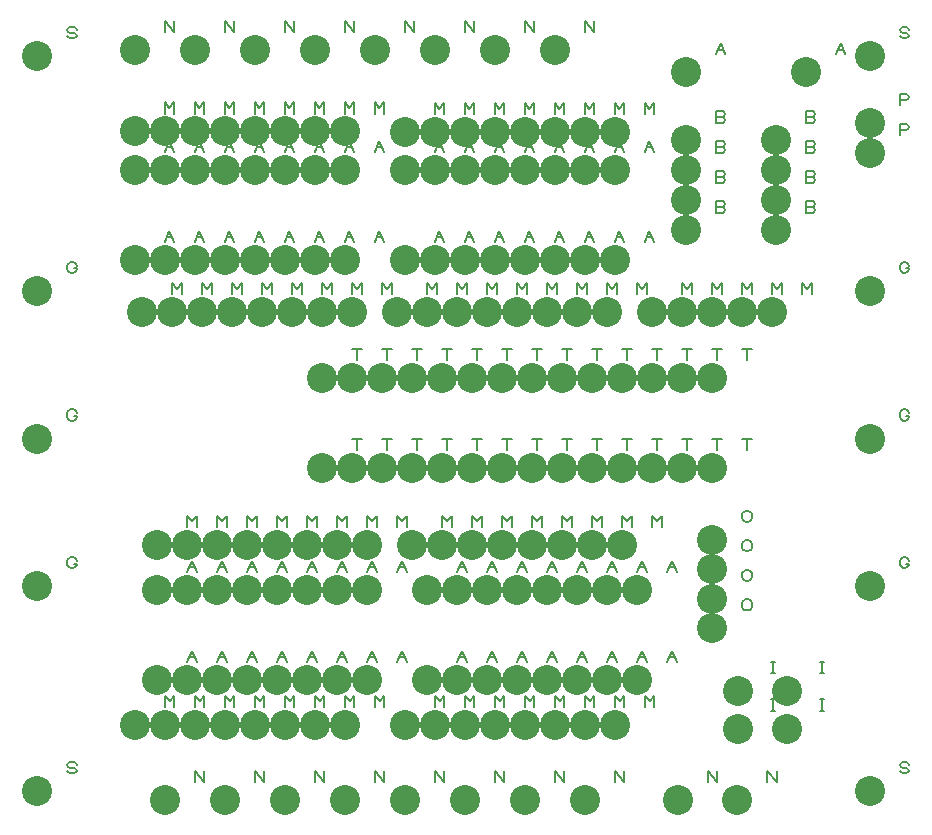
<source format=gbr>
G04 EasyPC Gerber Version 20.0.2 Build 4112 *
G04 #@! TF.Part,Single*
%FSLAX35Y35*%
%MOIN*%
%ADD11C,0.00500*%
%ADD10C,0.10000*%
X0Y0D02*
D02*
D10*
X20250Y18236D03*
Y86569D03*
Y135781D03*
Y184994D03*
Y263236D03*
X52750Y195368D03*
Y225368D03*
Y238124D03*
Y265407D03*
X52809Y40368D03*
X55250Y177868D03*
X60250Y55368D03*
Y85368D03*
Y100368D03*
X62750Y195368D03*
Y225368D03*
Y238124D03*
X62809Y15368D03*
Y40368D03*
X65250Y177868D03*
X70250Y55368D03*
Y85368D03*
Y100368D03*
X72750Y195368D03*
Y225368D03*
Y238124D03*
Y265407D03*
X72809Y40368D03*
X75250Y177868D03*
X80250Y55368D03*
Y85368D03*
Y100368D03*
X82750Y195368D03*
Y225368D03*
Y238124D03*
X82809Y15368D03*
Y40368D03*
X85250Y177868D03*
X90250Y55368D03*
Y85368D03*
Y100368D03*
X92750Y195368D03*
Y225368D03*
Y238124D03*
Y265407D03*
X92809Y40368D03*
X95250Y177868D03*
X100250Y55368D03*
Y85368D03*
Y100368D03*
X102750Y195368D03*
Y225368D03*
Y238124D03*
X102809Y15368D03*
Y40368D03*
X105250Y177868D03*
X110250Y55368D03*
Y85368D03*
Y100368D03*
X112750Y195368D03*
Y225368D03*
Y238124D03*
Y265407D03*
X112809Y40368D03*
X115250Y126068D03*
Y156068D03*
Y177868D03*
X120250Y55368D03*
Y85368D03*
Y100368D03*
X122750Y195368D03*
Y225368D03*
Y238124D03*
X122809Y15368D03*
Y40368D03*
X125250Y126068D03*
Y156068D03*
Y177868D03*
X130250Y55368D03*
Y85368D03*
Y100368D03*
X132750Y265407D03*
X135250Y126068D03*
Y156068D03*
X140250Y177868D03*
X142750Y195368D03*
Y225368D03*
Y237888D03*
X142809Y15368D03*
Y40368D03*
X145250Y100368D03*
Y126068D03*
Y156068D03*
X150250Y55368D03*
Y85368D03*
Y177868D03*
X152750Y195368D03*
Y225368D03*
Y237888D03*
Y265407D03*
X152809Y40368D03*
X155250Y100368D03*
Y126068D03*
Y156068D03*
X160250Y55368D03*
Y85368D03*
Y177868D03*
X162750Y195368D03*
Y225368D03*
Y237888D03*
X162809Y15368D03*
Y40368D03*
X165250Y100368D03*
Y126068D03*
Y156068D03*
X170250Y55368D03*
Y85368D03*
Y177868D03*
X172750Y195368D03*
Y225368D03*
Y237888D03*
Y265407D03*
X172809Y40368D03*
X175250Y100368D03*
Y126068D03*
Y156068D03*
X180250Y55368D03*
Y85368D03*
Y177868D03*
X182750Y195368D03*
Y225368D03*
Y237888D03*
X182809Y15368D03*
Y40368D03*
X185250Y100368D03*
Y126068D03*
Y156068D03*
X190250Y55368D03*
Y85368D03*
Y177868D03*
X192750Y195368D03*
Y225368D03*
Y237888D03*
Y265407D03*
X192809Y40368D03*
X195250Y100368D03*
Y126068D03*
Y156068D03*
X200250Y55368D03*
Y85368D03*
Y177868D03*
X202750Y195368D03*
Y225368D03*
Y237888D03*
X202809Y15368D03*
Y40368D03*
X205250Y100368D03*
Y126068D03*
Y156068D03*
X210250Y55368D03*
Y85368D03*
Y177868D03*
X212750Y195368D03*
Y225368D03*
Y237888D03*
X212809Y40368D03*
X215250Y100368D03*
Y126068D03*
Y156068D03*
X220250Y55368D03*
Y85368D03*
X225250Y126068D03*
Y156068D03*
Y177868D03*
X233754Y15250D03*
X235250Y126068D03*
Y156068D03*
Y177868D03*
X236500Y205152D03*
Y215152D03*
Y225152D03*
Y235152D03*
Y257868D03*
X245250Y72533D03*
Y82376D03*
Y92219D03*
Y102061D03*
Y126068D03*
Y156068D03*
Y177868D03*
X253596Y15250D03*
X254000Y39118D03*
Y51618D03*
X255250Y177868D03*
X265250D03*
X266500Y205152D03*
Y215152D03*
Y225152D03*
Y235152D03*
X270250Y39118D03*
Y51618D03*
X276500Y257868D03*
X297700Y230947D03*
Y240947D03*
X297750Y18236D03*
Y86569D03*
Y135781D03*
Y184994D03*
Y263236D03*
D02*
D11*
X30250Y25111D02*
X30563Y24486D01*
X31187Y24173*
X32437*
X33063Y24486*
X33375Y25111*
X33063Y25736*
X32437Y26048*
X31187*
X30563Y26361*
X30250Y26986*
X30563Y27611*
X31187Y27923*
X32437*
X33063Y27611*
X33375Y26986*
X32437Y94069D02*
X33375D01*
Y93756*
X33063Y93131*
X32750Y92819*
X32125Y92506*
X31500*
X30875Y92819*
X30563Y93131*
X30250Y93756*
Y95006*
X30563Y95631*
X30875Y95944*
X31500Y96256*
X32125*
X32750Y95944*
X33063Y95631*
X33375Y95006*
X32437Y143281D02*
X33375D01*
Y142969*
X33063Y142344*
X32750Y142031*
X32125Y141719*
X31500*
X30875Y142031*
X30563Y142344*
X30250Y142969*
Y144219*
X30563Y144844*
X30875Y145157*
X31500Y145469*
X32125*
X32750Y145157*
X33063Y144844*
X33375Y144219*
X32437Y192494D02*
X33375D01*
Y192181*
X33063Y191557*
X32750Y191244*
X32125Y190931*
X31500*
X30875Y191244*
X30563Y191557*
X30250Y192181*
Y193431*
X30563Y194057*
X30875Y194369*
X31500Y194681*
X32125*
X32750Y194369*
X33063Y194057*
X33375Y193431*
X30250Y270111D02*
X30563Y269486D01*
X31187Y269173*
X32437*
X33063Y269486*
X33375Y270111*
X33063Y270736*
X32437Y271048*
X31187*
X30563Y271361*
X30250Y271986*
X30563Y272611*
X31187Y272923*
X32437*
X33063Y272611*
X33375Y271986*
X62750Y201306D02*
X64313Y205056D01*
X65875Y201306*
X63375Y202868D02*
X65250D01*
X62750Y231306D02*
X64313Y235056D01*
X65875Y231306*
X63375Y232868D02*
X65250D01*
X62750Y244061D02*
Y247811D01*
X64313Y245937*
X65875Y247811*
Y244061*
X62750Y271345D02*
Y275095D01*
X65875Y271345*
Y275095*
X62809Y46306D02*
Y50056D01*
X64372Y48181*
X65934Y50056*
Y46306*
X65250Y183806D02*
Y187556D01*
X66813Y185681*
X68375Y187556*
Y183806*
X70250Y61306D02*
X71813Y65056D01*
X73375Y61306*
X70875Y62868D02*
X72750D01*
X70250Y91306D02*
X71813Y95056D01*
X73375Y91306*
X70875Y92868D02*
X72750D01*
X70250Y106306D02*
Y110056D01*
X71813Y108181*
X73375Y110056*
Y106306*
X72750Y201306D02*
X74313Y205056D01*
X75875Y201306*
X73375Y202868D02*
X75250D01*
X72750Y231306D02*
X74313Y235056D01*
X75875Y231306*
X73375Y232868D02*
X75250D01*
X72750Y244061D02*
Y247811D01*
X74313Y245937*
X75875Y247811*
Y244061*
X72809Y21306D02*
Y25056D01*
X75934Y21306*
Y25056*
X72809Y46306D02*
Y50056D01*
X74372Y48181*
X75934Y50056*
Y46306*
X75250Y183806D02*
Y187556D01*
X76813Y185681*
X78375Y187556*
Y183806*
X80250Y61306D02*
X81813Y65056D01*
X83375Y61306*
X80875Y62868D02*
X82750D01*
X80250Y91306D02*
X81813Y95056D01*
X83375Y91306*
X80875Y92868D02*
X82750D01*
X80250Y106306D02*
Y110056D01*
X81813Y108181*
X83375Y110056*
Y106306*
X82750Y201306D02*
X84313Y205056D01*
X85875Y201306*
X83375Y202868D02*
X85250D01*
X82750Y231306D02*
X84313Y235056D01*
X85875Y231306*
X83375Y232868D02*
X85250D01*
X82750Y244061D02*
Y247811D01*
X84313Y245937*
X85875Y247811*
Y244061*
X82750Y271345D02*
Y275095D01*
X85875Y271345*
Y275095*
X82809Y46306D02*
Y50056D01*
X84372Y48181*
X85934Y50056*
Y46306*
X85250Y183806D02*
Y187556D01*
X86813Y185681*
X88375Y187556*
Y183806*
X90250Y61306D02*
X91813Y65056D01*
X93375Y61306*
X90875Y62868D02*
X92750D01*
X90250Y91306D02*
X91813Y95056D01*
X93375Y91306*
X90875Y92868D02*
X92750D01*
X90250Y106306D02*
Y110056D01*
X91813Y108181*
X93375Y110056*
Y106306*
X92750Y201306D02*
X94313Y205056D01*
X95875Y201306*
X93375Y202868D02*
X95250D01*
X92750Y231306D02*
X94313Y235056D01*
X95875Y231306*
X93375Y232868D02*
X95250D01*
X92750Y244061D02*
Y247811D01*
X94313Y245937*
X95875Y247811*
Y244061*
X92809Y21306D02*
Y25056D01*
X95934Y21306*
Y25056*
X92809Y46306D02*
Y50056D01*
X94372Y48181*
X95934Y50056*
Y46306*
X95250Y183806D02*
Y187556D01*
X96813Y185681*
X98375Y187556*
Y183806*
X100250Y61306D02*
X101813Y65056D01*
X103375Y61306*
X100875Y62868D02*
X102750D01*
X100250Y91306D02*
X101813Y95056D01*
X103375Y91306*
X100875Y92868D02*
X102750D01*
X100250Y106306D02*
Y110056D01*
X101813Y108181*
X103375Y110056*
Y106306*
X102750Y201306D02*
X104313Y205056D01*
X105875Y201306*
X103375Y202868D02*
X105250D01*
X102750Y231306D02*
X104313Y235056D01*
X105875Y231306*
X103375Y232868D02*
X105250D01*
X102750Y244061D02*
Y247811D01*
X104313Y245937*
X105875Y247811*
Y244061*
X102750Y271345D02*
Y275095D01*
X105875Y271345*
Y275095*
X102809Y46306D02*
Y50056D01*
X104372Y48181*
X105934Y50056*
Y46306*
X105250Y183806D02*
Y187556D01*
X106813Y185681*
X108375Y187556*
Y183806*
X110250Y61306D02*
X111813Y65056D01*
X113375Y61306*
X110875Y62868D02*
X112750D01*
X110250Y91306D02*
X111813Y95056D01*
X113375Y91306*
X110875Y92868D02*
X112750D01*
X110250Y106306D02*
Y110056D01*
X111813Y108181*
X113375Y110056*
Y106306*
X112750Y201306D02*
X114313Y205056D01*
X115875Y201306*
X113375Y202868D02*
X115250D01*
X112750Y231306D02*
X114313Y235056D01*
X115875Y231306*
X113375Y232868D02*
X115250D01*
X112750Y244061D02*
Y247811D01*
X114313Y245937*
X115875Y247811*
Y244061*
X112809Y21306D02*
Y25056D01*
X115934Y21306*
Y25056*
X112809Y46306D02*
Y50056D01*
X114372Y48181*
X115934Y50056*
Y46306*
X115250Y183806D02*
Y187556D01*
X116813Y185681*
X118375Y187556*
Y183806*
X120250Y61306D02*
X121813Y65056D01*
X123375Y61306*
X120875Y62868D02*
X122750D01*
X120250Y91306D02*
X121813Y95056D01*
X123375Y91306*
X120875Y92868D02*
X122750D01*
X120250Y106306D02*
Y110056D01*
X121813Y108181*
X123375Y110056*
Y106306*
X122750Y201306D02*
X124313Y205056D01*
X125875Y201306*
X123375Y202868D02*
X125250D01*
X122750Y231306D02*
X124313Y235056D01*
X125875Y231306*
X123375Y232868D02*
X125250D01*
X122750Y244061D02*
Y247811D01*
X124313Y245937*
X125875Y247811*
Y244061*
X122750Y271345D02*
Y275095D01*
X125875Y271345*
Y275095*
X122809Y46306D02*
Y50056D01*
X124372Y48181*
X125934Y50056*
Y46306*
X126813Y132005D02*
Y135755D01*
X125250D02*
X128375D01*
X126813Y162005D02*
Y165755D01*
X125250D02*
X128375D01*
X125250Y183806D02*
Y187556D01*
X126813Y185681*
X128375Y187556*
Y183806*
X130250Y61306D02*
X131813Y65056D01*
X133375Y61306*
X130875Y62868D02*
X132750D01*
X130250Y91306D02*
X131813Y95056D01*
X133375Y91306*
X130875Y92868D02*
X132750D01*
X130250Y106306D02*
Y110056D01*
X131813Y108181*
X133375Y110056*
Y106306*
X132750Y201306D02*
X134313Y205056D01*
X135875Y201306*
X133375Y202868D02*
X135250D01*
X132750Y231306D02*
X134313Y235056D01*
X135875Y231306*
X133375Y232868D02*
X135250D01*
X132750Y244061D02*
Y247811D01*
X134313Y245937*
X135875Y247811*
Y244061*
X132809Y21306D02*
Y25056D01*
X135934Y21306*
Y25056*
X132809Y46306D02*
Y50056D01*
X134372Y48181*
X135934Y50056*
Y46306*
X136813Y132005D02*
Y135755D01*
X135250D02*
X138375D01*
X136813Y162005D02*
Y165755D01*
X135250D02*
X138375D01*
X135250Y183806D02*
Y187556D01*
X136813Y185681*
X138375Y187556*
Y183806*
X140250Y61306D02*
X141813Y65056D01*
X143375Y61306*
X140875Y62868D02*
X142750D01*
X140250Y91306D02*
X141813Y95056D01*
X143375Y91306*
X140875Y92868D02*
X142750D01*
X140250Y106306D02*
Y110056D01*
X141813Y108181*
X143375Y110056*
Y106306*
X142750Y271345D02*
Y275095D01*
X145875Y271345*
Y275095*
X146813Y132005D02*
Y135755D01*
X145250D02*
X148375D01*
X146813Y162005D02*
Y165755D01*
X145250D02*
X148375D01*
X150250Y183806D02*
Y187556D01*
X151813Y185681*
X153375Y187556*
Y183806*
X152750Y201306D02*
X154313Y205056D01*
X155875Y201306*
X153375Y202868D02*
X155250D01*
X152750Y231306D02*
X154313Y235056D01*
X155875Y231306*
X153375Y232868D02*
X155250D01*
X152750Y243825D02*
Y247575D01*
X154313Y245700*
X155875Y247575*
Y243825*
X152809Y21306D02*
Y25056D01*
X155934Y21306*
Y25056*
X152809Y46306D02*
Y50056D01*
X154372Y48181*
X155934Y50056*
Y46306*
X155250Y106306D02*
Y110056D01*
X156813Y108181*
X158375Y110056*
Y106306*
X156813Y132005D02*
Y135755D01*
X155250D02*
X158375D01*
X156813Y162005D02*
Y165755D01*
X155250D02*
X158375D01*
X160250Y61306D02*
X161813Y65056D01*
X163375Y61306*
X160875Y62868D02*
X162750D01*
X160250Y91306D02*
X161813Y95056D01*
X163375Y91306*
X160875Y92868D02*
X162750D01*
X160250Y183806D02*
Y187556D01*
X161813Y185681*
X163375Y187556*
Y183806*
X162750Y201306D02*
X164313Y205056D01*
X165875Y201306*
X163375Y202868D02*
X165250D01*
X162750Y231306D02*
X164313Y235056D01*
X165875Y231306*
X163375Y232868D02*
X165250D01*
X162750Y243825D02*
Y247575D01*
X164313Y245700*
X165875Y247575*
Y243825*
X162750Y271345D02*
Y275095D01*
X165875Y271345*
Y275095*
X162809Y46306D02*
Y50056D01*
X164372Y48181*
X165934Y50056*
Y46306*
X165250Y106306D02*
Y110056D01*
X166813Y108181*
X168375Y110056*
Y106306*
X166813Y132005D02*
Y135755D01*
X165250D02*
X168375D01*
X166813Y162005D02*
Y165755D01*
X165250D02*
X168375D01*
X170250Y61306D02*
X171813Y65056D01*
X173375Y61306*
X170875Y62868D02*
X172750D01*
X170250Y91306D02*
X171813Y95056D01*
X173375Y91306*
X170875Y92868D02*
X172750D01*
X170250Y183806D02*
Y187556D01*
X171813Y185681*
X173375Y187556*
Y183806*
X172750Y201306D02*
X174313Y205056D01*
X175875Y201306*
X173375Y202868D02*
X175250D01*
X172750Y231306D02*
X174313Y235056D01*
X175875Y231306*
X173375Y232868D02*
X175250D01*
X172750Y243825D02*
Y247575D01*
X174313Y245700*
X175875Y247575*
Y243825*
X172809Y21306D02*
Y25056D01*
X175934Y21306*
Y25056*
X172809Y46306D02*
Y50056D01*
X174372Y48181*
X175934Y50056*
Y46306*
X175250Y106306D02*
Y110056D01*
X176813Y108181*
X178375Y110056*
Y106306*
X176813Y132005D02*
Y135755D01*
X175250D02*
X178375D01*
X176813Y162005D02*
Y165755D01*
X175250D02*
X178375D01*
X180250Y61306D02*
X181813Y65056D01*
X183375Y61306*
X180875Y62868D02*
X182750D01*
X180250Y91306D02*
X181813Y95056D01*
X183375Y91306*
X180875Y92868D02*
X182750D01*
X180250Y183806D02*
Y187556D01*
X181813Y185681*
X183375Y187556*
Y183806*
X182750Y201306D02*
X184313Y205056D01*
X185875Y201306*
X183375Y202868D02*
X185250D01*
X182750Y231306D02*
X184313Y235056D01*
X185875Y231306*
X183375Y232868D02*
X185250D01*
X182750Y243825D02*
Y247575D01*
X184313Y245700*
X185875Y247575*
Y243825*
X182750Y271345D02*
Y275095D01*
X185875Y271345*
Y275095*
X182809Y46306D02*
Y50056D01*
X184372Y48181*
X185934Y50056*
Y46306*
X185250Y106306D02*
Y110056D01*
X186813Y108181*
X188375Y110056*
Y106306*
X186813Y132005D02*
Y135755D01*
X185250D02*
X188375D01*
X186813Y162005D02*
Y165755D01*
X185250D02*
X188375D01*
X190250Y61306D02*
X191813Y65056D01*
X193375Y61306*
X190875Y62868D02*
X192750D01*
X190250Y91306D02*
X191813Y95056D01*
X193375Y91306*
X190875Y92868D02*
X192750D01*
X190250Y183806D02*
Y187556D01*
X191813Y185681*
X193375Y187556*
Y183806*
X192750Y201306D02*
X194313Y205056D01*
X195875Y201306*
X193375Y202868D02*
X195250D01*
X192750Y231306D02*
X194313Y235056D01*
X195875Y231306*
X193375Y232868D02*
X195250D01*
X192750Y243825D02*
Y247575D01*
X194313Y245700*
X195875Y247575*
Y243825*
X192809Y21306D02*
Y25056D01*
X195934Y21306*
Y25056*
X192809Y46306D02*
Y50056D01*
X194372Y48181*
X195934Y50056*
Y46306*
X195250Y106306D02*
Y110056D01*
X196813Y108181*
X198375Y110056*
Y106306*
X196813Y132005D02*
Y135755D01*
X195250D02*
X198375D01*
X196813Y162005D02*
Y165755D01*
X195250D02*
X198375D01*
X200250Y61306D02*
X201813Y65056D01*
X203375Y61306*
X200875Y62868D02*
X202750D01*
X200250Y91306D02*
X201813Y95056D01*
X203375Y91306*
X200875Y92868D02*
X202750D01*
X200250Y183806D02*
Y187556D01*
X201813Y185681*
X203375Y187556*
Y183806*
X202750Y201306D02*
X204313Y205056D01*
X205875Y201306*
X203375Y202868D02*
X205250D01*
X202750Y231306D02*
X204313Y235056D01*
X205875Y231306*
X203375Y232868D02*
X205250D01*
X202750Y243825D02*
Y247575D01*
X204313Y245700*
X205875Y247575*
Y243825*
X202750Y271345D02*
Y275095D01*
X205875Y271345*
Y275095*
X202809Y46306D02*
Y50056D01*
X204372Y48181*
X205934Y50056*
Y46306*
X205250Y106306D02*
Y110056D01*
X206813Y108181*
X208375Y110056*
Y106306*
X206813Y132005D02*
Y135755D01*
X205250D02*
X208375D01*
X206813Y162005D02*
Y165755D01*
X205250D02*
X208375D01*
X210250Y61306D02*
X211813Y65056D01*
X213375Y61306*
X210875Y62868D02*
X212750D01*
X210250Y91306D02*
X211813Y95056D01*
X213375Y91306*
X210875Y92868D02*
X212750D01*
X210250Y183806D02*
Y187556D01*
X211813Y185681*
X213375Y187556*
Y183806*
X212750Y201306D02*
X214313Y205056D01*
X215875Y201306*
X213375Y202868D02*
X215250D01*
X212750Y231306D02*
X214313Y235056D01*
X215875Y231306*
X213375Y232868D02*
X215250D01*
X212750Y243825D02*
Y247575D01*
X214313Y245700*
X215875Y247575*
Y243825*
X212809Y21306D02*
Y25056D01*
X215934Y21306*
Y25056*
X212809Y46306D02*
Y50056D01*
X214372Y48181*
X215934Y50056*
Y46306*
X215250Y106306D02*
Y110056D01*
X216813Y108181*
X218375Y110056*
Y106306*
X216813Y132005D02*
Y135755D01*
X215250D02*
X218375D01*
X216813Y162005D02*
Y165755D01*
X215250D02*
X218375D01*
X220250Y61306D02*
X221813Y65056D01*
X223375Y61306*
X220875Y62868D02*
X222750D01*
X220250Y91306D02*
X221813Y95056D01*
X223375Y91306*
X220875Y92868D02*
X222750D01*
X220250Y183806D02*
Y187556D01*
X221813Y185681*
X223375Y187556*
Y183806*
X222750Y201306D02*
X224313Y205056D01*
X225875Y201306*
X223375Y202868D02*
X225250D01*
X222750Y231306D02*
X224313Y235056D01*
X225875Y231306*
X223375Y232868D02*
X225250D01*
X222750Y243825D02*
Y247575D01*
X224313Y245700*
X225875Y247575*
Y243825*
X222809Y46306D02*
Y50056D01*
X224372Y48181*
X225934Y50056*
Y46306*
X225250Y106306D02*
Y110056D01*
X226813Y108181*
X228375Y110056*
Y106306*
X226813Y132005D02*
Y135755D01*
X225250D02*
X228375D01*
X226813Y162005D02*
Y165755D01*
X225250D02*
X228375D01*
X230250Y61306D02*
X231813Y65056D01*
X233375Y61306*
X230875Y62868D02*
X232750D01*
X230250Y91306D02*
X231813Y95056D01*
X233375Y91306*
X230875Y92868D02*
X232750D01*
X236813Y132005D02*
Y135755D01*
X235250D02*
X238375D01*
X236813Y162005D02*
Y165755D01*
X235250D02*
X238375D01*
X235250Y183806D02*
Y187556D01*
X236813Y185681*
X238375Y187556*
Y183806*
X243754Y21187D02*
Y24937D01*
X246879Y21187*
Y24937*
X246813Y132005D02*
Y135755D01*
X245250D02*
X248375D01*
X246813Y162005D02*
Y165755D01*
X245250D02*
X248375D01*
X245250Y183806D02*
Y187556D01*
X246813Y185681*
X248375Y187556*
Y183806*
X248687Y212964D02*
X249313Y212652D01*
X249625Y212027*
X249313Y211402*
X248687Y211089*
X246500*
Y214839*
X248687*
X249313Y214527*
X249625Y213902*
X249313Y213277*
X248687Y212964*
X246500*
X248687Y222964D02*
X249313Y222652D01*
X249625Y222027*
X249313Y221402*
X248687Y221089*
X246500*
Y224839*
X248687*
X249313Y224527*
X249625Y223902*
X249313Y223277*
X248687Y222964*
X246500*
X248687Y232964D02*
X249313Y232652D01*
X249625Y232027*
X249313Y231402*
X248687Y231089*
X246500*
Y234839*
X248687*
X249313Y234527*
X249625Y233902*
X249313Y233277*
X248687Y232964*
X246500*
X248687Y242964D02*
X249313Y242652D01*
X249625Y242027*
X249313Y241402*
X248687Y241089*
X246500*
Y244839*
X248687*
X249313Y244527*
X249625Y243902*
X249313Y243277*
X248687Y242964*
X246500*
Y263806D02*
X248063Y267556D01*
X249625Y263806*
X247125Y265368D02*
X249000D01*
X255250Y79721D02*
Y80971D01*
X255563Y81596*
X255875Y81909*
X256500Y82221*
X257125*
X257750Y81909*
X258063Y81596*
X258375Y80971*
Y79721*
X258063Y79096*
X257750Y78783*
X257125Y78471*
X256500*
X255875Y78783*
X255563Y79096*
X255250Y79721*
Y89563D02*
Y90813D01*
X255563Y91439*
X255875Y91751*
X256500Y92063*
X257125*
X257750Y91751*
X258063Y91439*
X258375Y90813*
Y89563*
X258063Y88939*
X257750Y88626*
X257125Y88313*
X256500*
X255875Y88626*
X255563Y88939*
X255250Y89563*
Y99406D02*
Y100656D01*
X255563Y101281*
X255875Y101594*
X256500Y101906*
X257125*
X257750Y101594*
X258063Y101281*
X258375Y100656*
Y99406*
X258063Y98781*
X257750Y98469*
X257125Y98156*
X256500*
X255875Y98469*
X255563Y98781*
X255250Y99406*
Y109248D02*
Y110498D01*
X255563Y111124*
X255875Y111436*
X256500Y111748*
X257125*
X257750Y111436*
X258063Y111124*
X258375Y110498*
Y109248*
X258063Y108624*
X257750Y108311*
X257125Y107998*
X256500*
X255875Y108311*
X255563Y108624*
X255250Y109248*
X256813Y132005D02*
Y135755D01*
X255250D02*
X258375D01*
X256813Y162005D02*
Y165755D01*
X255250D02*
X258375D01*
X255250Y183806D02*
Y187556D01*
X256813Y185681*
X258375Y187556*
Y183806*
X263596Y21187D02*
Y24937D01*
X266722Y21187*
Y24937*
X264937Y45056D02*
X266187D01*
X265563D02*
Y48806D01*
X264937D02*
X266187D01*
X264937Y57556D02*
X266187D01*
X265563D02*
Y61306D01*
X264937D02*
X266187D01*
X265250Y183806D02*
Y187556D01*
X266813Y185681*
X268375Y187556*
Y183806*
X275250D02*
Y187556D01*
X276813Y185681*
X278375Y187556*
Y183806*
X278687Y212964D02*
X279313Y212652D01*
X279625Y212027*
X279313Y211402*
X278687Y211089*
X276500*
Y214839*
X278687*
X279313Y214527*
X279625Y213902*
X279313Y213277*
X278687Y212964*
X276500*
X278687Y222964D02*
X279313Y222652D01*
X279625Y222027*
X279313Y221402*
X278687Y221089*
X276500*
Y224839*
X278687*
X279313Y224527*
X279625Y223902*
X279313Y223277*
X278687Y222964*
X276500*
X278687Y232964D02*
X279313Y232652D01*
X279625Y232027*
X279313Y231402*
X278687Y231089*
X276500*
Y234839*
X278687*
X279313Y234527*
X279625Y233902*
X279313Y233277*
X278687Y232964*
X276500*
X278687Y242964D02*
X279313Y242652D01*
X279625Y242027*
X279313Y241402*
X278687Y241089*
X276500*
Y244839*
X278687*
X279313Y244527*
X279625Y243902*
X279313Y243277*
X278687Y242964*
X276500*
X281187Y45056D02*
X282437D01*
X281813D02*
Y48806D01*
X281187D02*
X282437D01*
X281187Y57556D02*
X282437D01*
X281813D02*
Y61306D01*
X281187D02*
X282437D01*
X286500Y263806D02*
X288063Y267556D01*
X289625Y263806*
X287125Y265368D02*
X289000D01*
X307700Y236884D02*
Y240634D01*
X309887*
X310513Y240322*
X310825Y239697*
X310513Y239072*
X309887Y238759*
X307700*
Y246884D02*
Y250634D01*
X309887*
X310513Y250322*
X310825Y249697*
X310513Y249072*
X309887Y248759*
X307700*
X307750Y25111D02*
X308063Y24486D01*
X308687Y24173*
X309937*
X310563Y24486*
X310875Y25111*
X310563Y25736*
X309937Y26048*
X308687*
X308063Y26361*
X307750Y26986*
X308063Y27611*
X308687Y27923*
X309937*
X310563Y27611*
X310875Y26986*
X309937Y94069D02*
X310875D01*
Y93756*
X310563Y93131*
X310250Y92819*
X309625Y92506*
X309000*
X308375Y92819*
X308063Y93131*
X307750Y93756*
Y95006*
X308063Y95631*
X308375Y95944*
X309000Y96256*
X309625*
X310250Y95944*
X310563Y95631*
X310875Y95006*
X309937Y143281D02*
X310875D01*
Y142969*
X310563Y142344*
X310250Y142031*
X309625Y141719*
X309000*
X308375Y142031*
X308063Y142344*
X307750Y142969*
Y144219*
X308063Y144844*
X308375Y145157*
X309000Y145469*
X309625*
X310250Y145157*
X310563Y144844*
X310875Y144219*
X309937Y192494D02*
X310875D01*
Y192181*
X310563Y191557*
X310250Y191244*
X309625Y190931*
X309000*
X308375Y191244*
X308063Y191557*
X307750Y192181*
Y193431*
X308063Y194057*
X308375Y194369*
X309000Y194681*
X309625*
X310250Y194369*
X310563Y194057*
X310875Y193431*
X307750Y270111D02*
X308063Y269486D01*
X308687Y269173*
X309937*
X310563Y269486*
X310875Y270111*
X310563Y270736*
X309937Y271048*
X308687*
X308063Y271361*
X307750Y271986*
X308063Y272611*
X308687Y272923*
X309937*
X310563Y272611*
X310875Y271986*
X0Y0D02*
M02*

</source>
